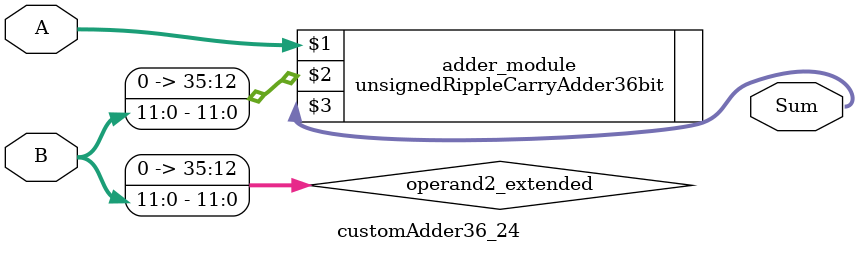
<source format=v>
module customAdder36_24(
                        input [35 : 0] A,
                        input [11 : 0] B,
                        
                        output [36 : 0] Sum
                );

        wire [35 : 0] operand2_extended;
        
        assign operand2_extended =  {24'b0, B};
        
        unsignedRippleCarryAdder36bit adder_module(
            A,
            operand2_extended,
            Sum
        );
        
        endmodule
        
</source>
